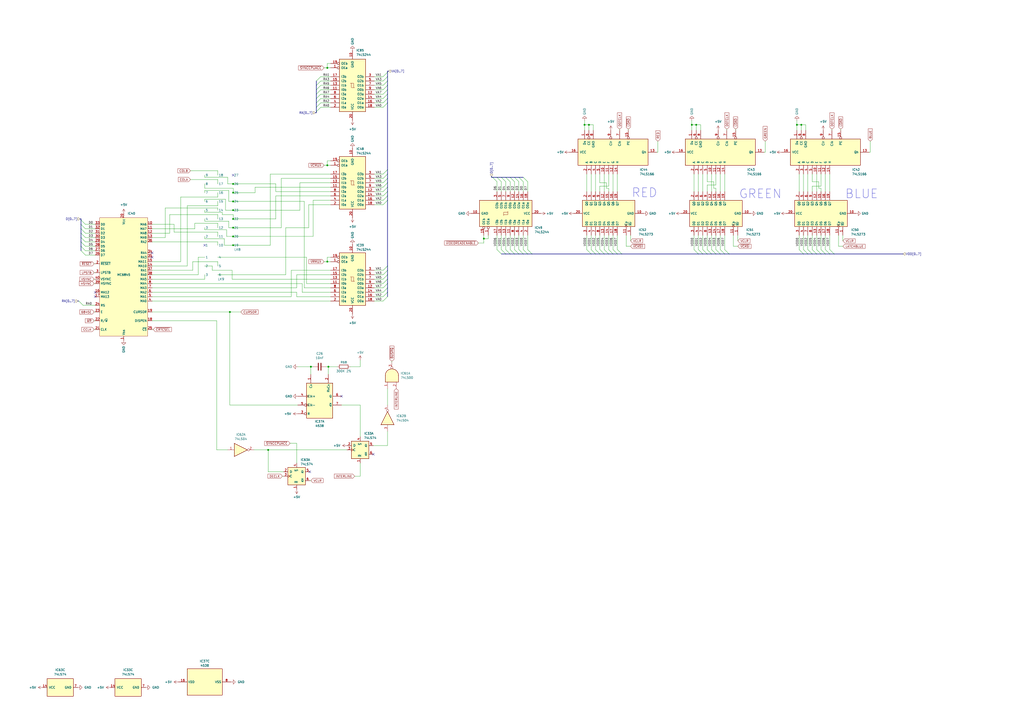
<source format=kicad_sch>
(kicad_sch (version 20230121) (generator eeschema)
  (paper "A2")
  (junction (at 135.255 142.24))
  (junction (at 190.5 212.725))
  (junction (at 135.255 111.76))
  (junction (at 464.82 72.39))
  (junction (at 135.255 116.84))
  (junction (at 135.255 132.08))
  (junction (at 339.09 72.39))
  (junction (at 133.35 180.975))
  (junction (at 155.575 260.985))
  (junction (at 189.865 95.885))
  (junction (at 341.63 72.39))
  (junction (at 180.34 212.725))
  (junction (at 135.255 137.16))
  (junction (at 135.255 121.92))
  (junction (at 135.255 106.68))
  (junction (at 189.865 151.765))
  (junction (at 403.86 72.39))
  (junction (at 189.865 39.37))
  (junction (at 280.67 138.43))
  (junction (at 462.28 72.39))
  (junction (at 135.255 127))
  (junction (at 401.32 72.39))
  (no_connect (at 135.255 101.6))
  (no_connect (at 55.245 172.085))
  (no_connect (at 179.705 273.685))
  (no_connect (at 216.535 263.525))
  (no_connect (at 55.245 169.545))
  (no_connect (at 198.12 229.87))
  (no_connect (at 88.265 149.225))
  (no_connect (at 118.745 142.24))
  (no_connect (at 88.265 146.685))
  (bus_entry (at 222.25 52.07) (size 2.54 -2.54))
  (bus_entry (at 308.61 147.32) (size -2.54 -2.54))
  (bus_entry (at 186.055 44.45) (size -2.54 2.54))
  (bus_entry (at 360.68 147.32) (size -2.54 -2.54))
  (bus_entry (at 222.25 46.99) (size 2.54 -2.54))
  (bus_entry (at 186.055 62.23) (size -2.54 2.54))
  (bus_entry (at 222.25 108.585) (size 2.54 -2.54))
  (bus_entry (at 350.52 147.32) (size -2.54 -2.54))
  (bus_entry (at 347.98 147.32) (size -2.54 -2.54))
  (bus_entry (at 471.17 147.32) (size -2.54 -2.54))
  (bus_entry (at 222.25 44.45) (size 2.54 -2.54))
  (bus_entry (at 345.44 147.32) (size -2.54 -2.54))
  (bus_entry (at 49.53 135.255) (size -2.54 -2.54))
  (bus_entry (at 306.07 147.32) (size -2.54 -2.54))
  (bus_entry (at 222.25 100.965) (size 2.54 -2.54))
  (bus_entry (at 355.6 147.32) (size -2.54 -2.54))
  (bus_entry (at 290.83 147.32) (size -2.54 -2.54))
  (bus_entry (at 186.055 52.07) (size -2.54 2.54))
  (bus_entry (at 222.25 54.61) (size 2.54 -2.54))
  (bus_entry (at 186.055 49.53) (size -2.54 2.54))
  (bus_entry (at 49.53 142.875) (size -2.54 -2.54))
  (bus_entry (at 466.09 147.32) (size -2.54 -2.54))
  (bus_entry (at 306.07 105.41) (size -2.54 -2.54))
  (bus_entry (at 412.75 147.32) (size -2.54 -2.54))
  (bus_entry (at 468.63 147.32) (size -2.54 -2.54))
  (bus_entry (at 342.9 147.32) (size -2.54 -2.54))
  (bus_entry (at 49.53 147.955) (size -2.54 -2.54))
  (bus_entry (at 222.25 59.69) (size 2.54 -2.54))
  (bus_entry (at 186.055 57.15) (size -2.54 2.54))
  (bus_entry (at 186.055 46.99) (size -2.54 2.54))
  (bus_entry (at 481.33 147.32) (size -2.54 -2.54))
  (bus_entry (at 49.53 137.795) (size -2.54 -2.54))
  (bus_entry (at 295.91 105.41) (size -2.54 -2.54))
  (bus_entry (at 222.25 116.205) (size 2.54 -2.54))
  (bus_entry (at 222.25 169.545) (size 2.54 -2.54))
  (bus_entry (at 222.25 49.53) (size 2.54 -2.54))
  (bus_entry (at 298.45 105.41) (size -2.54 -2.54))
  (bus_entry (at 186.055 59.69) (size -2.54 2.54))
  (bus_entry (at 222.25 103.505) (size 2.54 -2.54))
  (bus_entry (at 300.99 147.32) (size -2.54 -2.54))
  (bus_entry (at 300.99 105.41) (size -2.54 -2.54))
  (bus_entry (at 222.25 57.15) (size 2.54 -2.54))
  (bus_entry (at 290.83 105.41) (size -2.54 -2.54))
  (bus_entry (at 222.25 167.005) (size 2.54 -2.54))
  (bus_entry (at 222.25 159.385) (size 2.54 -2.54))
  (bus_entry (at 298.45 147.32) (size -2.54 -2.54))
  (bus_entry (at 222.25 164.465) (size 2.54 -2.54))
  (bus_entry (at 49.53 145.415) (size -2.54 -2.54))
  (bus_entry (at 358.14 147.32) (size -2.54 -2.54))
  (bus_entry (at 222.25 106.045) (size 2.54 -2.54))
  (bus_entry (at 222.25 118.745) (size 2.54 -2.54))
  (bus_entry (at 222.25 172.085) (size 2.54 -2.54))
  (bus_entry (at 186.055 54.61) (size -2.54 2.54))
  (bus_entry (at 288.29 105.41) (size -2.54 -2.54))
  (bus_entry (at 478.79 147.32) (size -2.54 -2.54))
  (bus_entry (at 420.37 147.32) (size -2.54 -2.54))
  (bus_entry (at 353.06 147.32) (size -2.54 -2.54))
  (bus_entry (at 303.53 147.32) (size -2.54 -2.54))
  (bus_entry (at 48.26 177.165) (size -2.54 -2.54))
  (bus_entry (at 473.71 147.32) (size -2.54 -2.54))
  (bus_entry (at 476.25 147.32) (size -2.54 -2.54))
  (bus_entry (at 222.25 113.665) (size 2.54 -2.54))
  (bus_entry (at 222.25 62.23) (size 2.54 -2.54))
  (bus_entry (at 303.53 105.41) (size -2.54 -2.54))
  (bus_entry (at 49.53 132.715) (size -2.54 -2.54))
  (bus_entry (at 295.91 147.32) (size -2.54 -2.54))
  (bus_entry (at 483.87 147.32) (size -2.54 -2.54))
  (bus_entry (at 49.53 130.175) (size -2.54 -2.54))
  (bus_entry (at 415.29 147.32) (size -2.54 -2.54))
  (bus_entry (at 417.83 147.32) (size -2.54 -2.54))
  (bus_entry (at 410.21 147.32) (size -2.54 -2.54))
  (bus_entry (at 49.53 140.335) (size -2.54 -2.54))
  (bus_entry (at 405.13 147.32) (size -2.54 -2.54))
  (bus_entry (at 422.91 147.32) (size -2.54 -2.54))
  (bus_entry (at 293.37 105.41) (size -2.54 -2.54))
  (bus_entry (at 222.25 156.845) (size 2.54 -2.54))
  (bus_entry (at 222.25 161.925) (size 2.54 -2.54))
  (bus_entry (at 407.67 147.32) (size -2.54 -2.54))
  (bus_entry (at 222.25 111.125) (size 2.54 -2.54))
  (bus_entry (at 293.37 147.32) (size -2.54 -2.54))
  (bus_entry (at 222.25 174.625) (size 2.54 -2.54))
  (bus (pts (xy 224.79 98.425) (xy 224.79 100.965)))
  (wire (pts (xy 340.36 100.965) (xy 340.36 111.125)))
  (wire (pts (xy 463.55 136.525) (xy 463.55 144.78)))
  (wire (pts (xy 358.14 100.965) (xy 358.14 111.125)))
  (wire (pts (xy 55.245 137.795) (xy 49.53 137.795)))
  (wire (pts (xy 128.905 124.46) (xy 128.905 123.19)))
  (wire (pts (xy 471.17 107.95) (xy 471.17 111.125)))
  (bus (pts (xy 224.79 156.845) (xy 224.79 159.385)))
  (wire (pts (xy 208.915 212.725) (xy 208.915 208.915)))
  (wire (pts (xy 172.085 257.175) (xy 168.275 257.175)))
  (wire (pts (xy 88.265 151.765) (xy 104.775 151.765)))
  (wire (pts (xy 189.865 39.37) (xy 191.77 39.37)))
  (wire (pts (xy 172.72 212.725) (xy 180.34 212.725)))
  (wire (pts (xy 224.79 258.445) (xy 224.79 250.19)))
  (wire (pts (xy 88.265 132.715) (xy 113.03 132.715)))
  (wire (pts (xy 443.865 81.915) (xy 443.865 88.265)))
  (wire (pts (xy 100.965 134.62) (xy 126.365 134.62)))
  (bus (pts (xy 466.09 147.32) (xy 468.63 147.32)))
  (wire (pts (xy 420.37 100.965) (xy 420.37 111.125)))
  (wire (pts (xy 402.59 100.965) (xy 402.59 111.125)))
  (wire (pts (xy 359.41 74.93) (xy 359.41 75.565)))
  (bus (pts (xy 224.79 116.205) (xy 224.79 154.305)))
  (bus (pts (xy 183.515 59.69) (xy 183.515 57.15)))
  (bus (pts (xy 46.99 132.715) (xy 46.99 135.255)))
  (wire (pts (xy 132.715 110.49) (xy 118.745 110.49)))
  (wire (pts (xy 54.61 158.115) (xy 55.245 158.115)))
  (wire (pts (xy 443.865 88.265) (xy 443.23 88.265)))
  (bus (pts (xy 308.61 147.32) (xy 342.9 147.32)))
  (bus (pts (xy 358.14 147.32) (xy 360.68 147.32)))
  (wire (pts (xy 405.13 136.525) (xy 405.13 144.78)))
  (bus (pts (xy 224.79 52.07) (xy 224.79 54.61)))
  (bus (pts (xy 422.91 147.32) (xy 466.09 147.32)))
  (wire (pts (xy 410.21 100.965) (xy 410.21 105.41)))
  (wire (pts (xy 471.17 136.525) (xy 471.17 144.78)))
  (wire (pts (xy 147.955 108.585) (xy 147.955 111.76)))
  (wire (pts (xy 118.745 110.49) (xy 118.745 111.76)))
  (wire (pts (xy 55.245 135.255) (xy 49.53 135.255)))
  (wire (pts (xy 351.79 109.22) (xy 353.06 109.22)))
  (wire (pts (xy 135.255 127) (xy 135.255 124.46)))
  (wire (pts (xy 217.17 54.61) (xy 222.25 54.61)))
  (bus (pts (xy 224.79 154.305) (xy 224.79 156.845)))
  (wire (pts (xy 462.28 72.39) (xy 462.28 75.565)))
  (wire (pts (xy 118.745 161.925) (xy 118.745 159.385)))
  (wire (pts (xy 482.6 74.93) (xy 482.6 75.565)))
  (wire (pts (xy 401.32 72.39) (xy 401.32 75.565)))
  (wire (pts (xy 288.29 136.525) (xy 288.29 144.78)))
  (wire (pts (xy 88.265 130.175) (xy 100.965 130.175)))
  (wire (pts (xy 131.445 137.16) (xy 131.445 133.35)))
  (wire (pts (xy 130.175 138.43) (xy 118.745 138.43)))
  (wire (pts (xy 165.735 132.08) (xy 179.07 132.08)))
  (wire (pts (xy 293.37 136.525) (xy 293.37 144.78)))
  (wire (pts (xy 405.13 100.965) (xy 405.13 111.125)))
  (bus (pts (xy 471.17 147.32) (xy 473.71 147.32)))
  (wire (pts (xy 403.86 72.39) (xy 401.32 72.39)))
  (wire (pts (xy 415.29 136.525) (xy 415.29 144.78)))
  (bus (pts (xy 355.6 147.32) (xy 358.14 147.32)))
  (wire (pts (xy 347.98 111.125) (xy 347.98 107.95)))
  (wire (pts (xy 414.02 109.22) (xy 415.29 109.22)))
  (wire (pts (xy 427.99 139.7) (xy 427.99 136.525)))
  (bus (pts (xy 224.79 44.45) (xy 224.79 46.99)))
  (wire (pts (xy 410.21 105.41) (xy 414.02 105.41)))
  (wire (pts (xy 191.77 116.205) (xy 181.61 116.205)))
  (bus (pts (xy 224.79 57.15) (xy 224.79 59.69)))
  (wire (pts (xy 88.265 135.255) (xy 98.425 135.255)))
  (wire (pts (xy 163.195 132.08) (xy 135.255 132.08)))
  (wire (pts (xy 132.715 116.84) (xy 135.255 116.84)))
  (bus (pts (xy 350.52 147.32) (xy 353.06 147.32)))
  (wire (pts (xy 425.45 136.525) (xy 425.45 142.875)))
  (wire (pts (xy 217.17 46.99) (xy 222.25 46.99)))
  (wire (pts (xy 306.07 111.125) (xy 306.07 105.41)))
  (wire (pts (xy 128.905 123.19) (xy 118.745 123.19)))
  (wire (pts (xy 473.71 100.965) (xy 473.71 111.125)))
  (bus (pts (xy 405.13 147.32) (xy 407.67 147.32)))
  (wire (pts (xy 55.245 140.335) (xy 49.53 140.335)))
  (wire (pts (xy 406.4 72.39) (xy 403.86 72.39)))
  (bus (pts (xy 298.45 102.87) (xy 300.99 102.87)))
  (wire (pts (xy 353.06 109.22) (xy 353.06 111.125)))
  (wire (pts (xy 179.07 132.08) (xy 179.07 118.745)))
  (wire (pts (xy 290.83 111.125) (xy 290.83 105.41)))
  (bus (pts (xy 224.79 106.045) (xy 224.79 108.585)))
  (wire (pts (xy 476.25 107.95) (xy 471.17 107.95)))
  (wire (pts (xy 175.26 164.465) (xy 175.26 169.545)))
  (wire (pts (xy 126.365 120.65) (xy 126.365 121.92)))
  (wire (pts (xy 414.02 105.41) (xy 414.02 109.22)))
  (wire (pts (xy 135.255 142.24) (xy 130.175 142.24)))
  (wire (pts (xy 126.365 159.385) (xy 165.735 159.385)))
  (wire (pts (xy 410.21 107.315) (xy 415.29 107.315)))
  (bus (pts (xy 298.45 147.32) (xy 300.99 147.32)))
  (wire (pts (xy 504.825 88.265) (xy 504.19 88.265)))
  (wire (pts (xy 100.965 130.175) (xy 100.965 134.62)))
  (wire (pts (xy 303.53 111.125) (xy 303.53 105.41)))
  (wire (pts (xy 126.365 140.335) (xy 126.365 142.24)))
  (wire (pts (xy 108.585 154.305) (xy 108.585 119.38)))
  (wire (pts (xy 203.2 212.725) (xy 208.915 212.725)))
  (wire (pts (xy 88.265 167.005) (xy 172.085 167.005)))
  (wire (pts (xy 347.98 136.525) (xy 347.98 144.78)))
  (bus (pts (xy 224.79 108.585) (xy 224.79 111.125)))
  (wire (pts (xy 471.17 105.41) (xy 474.98 105.41)))
  (wire (pts (xy 365.76 139.7) (xy 365.76 136.525)))
  (wire (pts (xy 476.25 100.965) (xy 476.25 107.95)))
  (wire (pts (xy 345.44 136.525) (xy 345.44 144.78)))
  (wire (pts (xy 54.61 180.975) (xy 55.245 180.975)))
  (bus (pts (xy 410.21 147.32) (xy 412.75 147.32)))
  (wire (pts (xy 191.77 113.665) (xy 160.02 113.665)))
  (wire (pts (xy 160.02 127) (xy 135.255 127)))
  (bus (pts (xy 290.83 147.32) (xy 293.37 147.32)))
  (bus (pts (xy 46.99 127.635) (xy 46.99 130.175)))
  (wire (pts (xy 288.29 111.125) (xy 288.29 105.41)))
  (wire (pts (xy 417.83 100.965) (xy 417.83 111.125)))
  (wire (pts (xy 175.26 169.545) (xy 191.77 169.545)))
  (wire (pts (xy 163.83 276.225) (xy 164.465 276.225)))
  (bus (pts (xy 224.79 100.965) (xy 224.79 103.505)))
  (wire (pts (xy 426.72 74.93) (xy 426.72 75.565)))
  (wire (pts (xy 126.365 134.62) (xy 126.365 137.16)))
  (wire (pts (xy 130.81 115.57) (xy 130.81 121.92)))
  (wire (pts (xy 135.255 121.92) (xy 130.81 121.92)))
  (wire (pts (xy 217.17 108.585) (xy 222.25 108.585)))
  (wire (pts (xy 191.77 108.585) (xy 147.955 108.585)))
  (wire (pts (xy 283.21 138.43) (xy 280.67 138.43)))
  (wire (pts (xy 466.09 100.965) (xy 466.09 111.125)))
  (wire (pts (xy 88.265 140.335) (xy 126.365 140.335)))
  (wire (pts (xy 125.73 186.055) (xy 88.265 186.055)))
  (bus (pts (xy 288.29 102.87) (xy 290.83 102.87)))
  (wire (pts (xy 147.955 111.76) (xy 135.255 111.76)))
  (wire (pts (xy 342.9 136.525) (xy 342.9 144.78)))
  (wire (pts (xy 133.35 234.95) (xy 172.72 234.95)))
  (wire (pts (xy 363.22 142.875) (xy 365.76 142.875)))
  (wire (pts (xy 481.33 136.525) (xy 481.33 144.78)))
  (wire (pts (xy 88.265 174.625) (xy 191.77 174.625)))
  (wire (pts (xy 295.91 136.525) (xy 295.91 144.78)))
  (wire (pts (xy 353.06 107.95) (xy 353.06 100.965)))
  (bus (pts (xy 300.99 147.32) (xy 303.53 147.32)))
  (wire (pts (xy 224.79 225.425) (xy 224.79 234.95)))
  (wire (pts (xy 125.73 260.985) (xy 125.73 186.055)))
  (wire (pts (xy 104.775 151.765) (xy 104.775 114.3)))
  (wire (pts (xy 54.61 161.925) (xy 55.245 161.925)))
  (wire (pts (xy 217.17 59.69) (xy 222.25 59.69)))
  (wire (pts (xy 110.49 104.14) (xy 126.365 104.14)))
  (wire (pts (xy 350.52 136.525) (xy 350.52 144.78)))
  (wire (pts (xy 217.17 57.15) (xy 222.25 57.15)))
  (wire (pts (xy 132.715 132.08) (xy 132.715 128.27)))
  (wire (pts (xy 191.77 93.345) (xy 189.865 93.345)))
  (bus (pts (xy 224.79 103.505) (xy 224.79 106.045)))
  (wire (pts (xy 407.67 136.525) (xy 407.67 144.78)))
  (wire (pts (xy 126.365 124.46) (xy 126.365 127)))
  (bus (pts (xy 224.79 49.53) (xy 224.79 52.07)))
  (wire (pts (xy 135.255 124.46) (xy 128.905 124.46)))
  (bus (pts (xy 417.83 147.32) (xy 420.37 147.32)))
  (wire (pts (xy 118.745 128.27) (xy 118.745 127)))
  (wire (pts (xy 339.09 72.39) (xy 339.09 75.565)))
  (bus (pts (xy 290.83 102.87) (xy 293.37 102.87)))
  (wire (pts (xy 403.86 72.39) (xy 403.86 75.565)))
  (wire (pts (xy 118.745 133.35) (xy 118.745 132.08)))
  (wire (pts (xy 345.44 100.965) (xy 345.44 111.125)))
  (wire (pts (xy 217.17 159.385) (xy 222.25 159.385)))
  (wire (pts (xy 464.82 72.39) (xy 462.28 72.39)))
  (bus (pts (xy 353.06 147.32) (xy 355.6 147.32)))
  (wire (pts (xy 487.68 74.93) (xy 487.68 75.565)))
  (wire (pts (xy 172.085 169.545) (xy 172.085 172.085)))
  (wire (pts (xy 344.17 72.39) (xy 341.63 72.39)))
  (wire (pts (xy 118.745 115.57) (xy 118.745 116.84)))
  (bus (pts (xy 285.75 102.87) (xy 288.29 102.87)))
  (wire (pts (xy 187.96 39.37) (xy 189.865 39.37)))
  (wire (pts (xy 217.17 49.53) (xy 222.25 49.53)))
  (wire (pts (xy 160.02 111.125) (xy 160.02 106.68)))
  (wire (pts (xy 358.14 136.525) (xy 358.14 144.78)))
  (wire (pts (xy 462.28 69.85) (xy 462.28 72.39)))
  (bus (pts (xy 481.33 147.32) (xy 483.87 147.32)))
  (wire (pts (xy 132.715 128.27) (xy 118.745 128.27)))
  (bus (pts (xy 183.515 54.61) (xy 183.515 52.07)))
  (wire (pts (xy 401.32 69.85) (xy 401.32 72.39)))
  (wire (pts (xy 293.37 111.125) (xy 293.37 105.41)))
  (wire (pts (xy 156.845 100.965) (xy 156.845 142.24)))
  (wire (pts (xy 189.865 36.83) (xy 189.865 39.37)))
  (wire (pts (xy 417.83 136.525) (xy 417.83 144.78)))
  (wire (pts (xy 156.845 142.24) (xy 135.255 142.24)))
  (bus (pts (xy 224.79 161.925) (xy 224.79 164.465)))
  (bus (pts (xy 182.88 65.405) (xy 183.515 65.405)))
  (wire (pts (xy 412.75 100.965) (xy 412.75 111.125)))
  (wire (pts (xy 189.865 95.885) (xy 191.77 95.885)))
  (bus (pts (xy 468.63 147.32) (xy 471.17 147.32)))
  (wire (pts (xy 180.34 278.765) (xy 179.705 278.765)))
  (wire (pts (xy 126.365 151.765) (xy 126.365 154.305)))
  (wire (pts (xy 55.245 147.955) (xy 49.53 147.955)))
  (wire (pts (xy 113.03 132.715) (xy 113.03 129.54)))
  (wire (pts (xy 340.36 136.525) (xy 340.36 144.78)))
  (bus (pts (xy 224.79 59.69) (xy 224.79 98.425)))
  (wire (pts (xy 300.99 136.525) (xy 300.99 144.78)))
  (wire (pts (xy 410.21 136.525) (xy 410.21 144.78)))
  (wire (pts (xy 118.745 101.6) (xy 118.745 102.87)))
  (bus (pts (xy 473.71 147.32) (xy 476.25 147.32)))
  (wire (pts (xy 126.365 119.38) (xy 126.365 116.84)))
  (bus (pts (xy 347.98 147.32) (xy 350.52 147.32)))
  (wire (pts (xy 217.17 167.005) (xy 222.25 167.005)))
  (wire (pts (xy 135.255 106.68) (xy 132.08 106.68)))
  (wire (pts (xy 476.25 109.22) (xy 476.25 111.125)))
  (wire (pts (xy 172.085 268.605) (xy 172.085 257.175)))
  (wire (pts (xy 126.365 104.14) (xy 126.365 106.68)))
  (wire (pts (xy 300.99 111.125) (xy 300.99 105.41)))
  (bus (pts (xy 483.87 147.32) (xy 523.875 147.32)))
  (wire (pts (xy 341.63 72.39) (xy 339.09 72.39)))
  (wire (pts (xy 181.61 116.205) (xy 181.61 137.16)))
  (bus (pts (xy 224.79 41.91) (xy 224.79 44.45)))
  (wire (pts (xy 95.885 120.65) (xy 126.365 120.65)))
  (wire (pts (xy 280.67 140.97) (xy 280.67 138.43)))
  (wire (pts (xy 486.41 136.525) (xy 486.41 142.875)))
  (wire (pts (xy 98.425 135.255) (xy 98.425 124.46)))
  (wire (pts (xy 421.64 74.93) (xy 421.64 75.565)))
  (wire (pts (xy 155.575 260.985) (xy 155.575 273.685)))
  (wire (pts (xy 471.17 100.965) (xy 471.17 105.41)))
  (wire (pts (xy 191.77 59.69) (xy 186.055 59.69)))
  (wire (pts (xy 126.365 114.3) (xy 126.365 111.76)))
  (wire (pts (xy 132.715 110.49) (xy 132.715 116.84)))
  (bus (pts (xy 224.79 169.545) (xy 224.79 172.085)))
  (wire (pts (xy 130.81 115.57) (xy 118.745 115.57)))
  (wire (pts (xy 191.77 52.07) (xy 186.055 52.07)))
  (wire (pts (xy 298.45 111.125) (xy 298.45 105.41)))
  (wire (pts (xy 55.245 132.715) (xy 49.53 132.715)))
  (wire (pts (xy 355.6 100.965) (xy 355.6 111.125)))
  (wire (pts (xy 189.865 151.765) (xy 191.77 151.765)))
  (wire (pts (xy 350.52 100.965) (xy 350.52 111.125)))
  (wire (pts (xy 216.535 258.445) (xy 224.79 258.445)))
  (wire (pts (xy 108.585 119.38) (xy 126.365 119.38)))
  (wire (pts (xy 114.935 159.385) (xy 114.935 149.225)))
  (bus (pts (xy 360.68 147.32) (xy 405.13 147.32)))
  (wire (pts (xy 88.9 191.135) (xy 88.265 191.135)))
  (bus (pts (xy 342.9 147.32) (xy 345.44 147.32)))
  (wire (pts (xy 208.915 234.95) (xy 208.915 253.365)))
  (wire (pts (xy 425.45 142.875) (xy 427.99 142.875)))
  (wire (pts (xy 104.775 114.3) (xy 126.365 114.3)))
  (wire (pts (xy 118.745 109.22) (xy 118.745 106.68)))
  (wire (pts (xy 177.8 149.225) (xy 177.8 164.465)))
  (wire (pts (xy 402.59 136.525) (xy 402.59 144.78)))
  (wire (pts (xy 189.865 93.345) (xy 189.865 95.885)))
  (wire (pts (xy 463.55 100.965) (xy 463.55 111.125)))
  (bus (pts (xy 224.79 46.99) (xy 224.79 49.53)))
  (wire (pts (xy 131.445 133.35) (xy 118.745 133.35)))
  (wire (pts (xy 217.17 111.125) (xy 222.25 111.125)))
  (wire (pts (xy 54.61 186.055) (xy 55.245 186.055)))
  (wire (pts (xy 165.735 159.385) (xy 165.735 132.08)))
  (wire (pts (xy 172.085 172.085) (xy 191.77 172.085)))
  (wire (pts (xy 190.5 212.725) (xy 190.5 217.17)))
  (wire (pts (xy 277.495 140.97) (xy 280.67 140.97)))
  (wire (pts (xy 217.17 172.085) (xy 222.25 172.085)))
  (wire (pts (xy 180.34 212.725) (xy 181.61 212.725)))
  (wire (pts (xy 466.09 136.525) (xy 466.09 144.78)))
  (wire (pts (xy 95.885 120.65) (xy 95.885 137.795)))
  (wire (pts (xy 381.635 88.265) (xy 381 88.265)))
  (wire (pts (xy 217.17 103.505) (xy 222.25 103.505)))
  (wire (pts (xy 130.175 142.24) (xy 130.175 138.43)))
  (wire (pts (xy 464.82 72.39) (xy 464.82 75.565)))
  (bus (pts (xy 300.99 102.87) (xy 303.53 102.87)))
  (bus (pts (xy 224.79 41.275) (xy 224.79 41.91)))
  (wire (pts (xy 415.29 100.965) (xy 415.29 107.315)))
  (wire (pts (xy 160.02 106.68) (xy 135.255 106.68)))
  (wire (pts (xy 88.265 156.845) (xy 111.76 156.845)))
  (wire (pts (xy 88.265 154.305) (xy 108.585 154.305)))
  (bus (pts (xy 46.99 140.335) (xy 46.99 142.875)))
  (wire (pts (xy 351.79 106.045) (xy 351.79 109.22)))
  (wire (pts (xy 474.98 105.41) (xy 474.98 109.22)))
  (bus (pts (xy 478.79 147.32) (xy 481.33 147.32)))
  (wire (pts (xy 341.63 72.39) (xy 341.63 75.565)))
  (wire (pts (xy 412.75 136.525) (xy 412.75 144.78)))
  (wire (pts (xy 189.23 212.725) (xy 190.5 212.725)))
  (bus (pts (xy 46.99 142.875) (xy 46.99 145.415)))
  (wire (pts (xy 217.17 106.045) (xy 222.25 106.045)))
  (wire (pts (xy 407.67 100.965) (xy 407.67 111.125)))
  (wire (pts (xy 217.17 156.845) (xy 222.25 156.845)))
  (bus (pts (xy 293.37 102.87) (xy 295.91 102.87)))
  (wire (pts (xy 181.61 137.16) (xy 135.255 137.16)))
  (wire (pts (xy 473.71 136.525) (xy 473.71 144.78)))
  (wire (pts (xy 306.07 136.525) (xy 306.07 144.78)))
  (wire (pts (xy 172.085 159.385) (xy 191.77 159.385)))
  (wire (pts (xy 290.83 136.525) (xy 290.83 144.78)))
  (wire (pts (xy 132.08 106.68) (xy 132.08 102.87)))
  (bus (pts (xy 224.79 164.465) (xy 224.79 167.005)))
  (wire (pts (xy 217.17 44.45) (xy 222.25 44.45)))
  (wire (pts (xy 118.745 123.19) (xy 118.745 121.92)))
  (wire (pts (xy 217.17 52.07) (xy 222.25 52.07)))
  (wire (pts (xy 135.255 109.22) (xy 135.255 111.76)))
  (wire (pts (xy 134.62 156.845) (xy 123.19 156.845)))
  (wire (pts (xy 468.63 100.965) (xy 468.63 111.125)))
  (wire (pts (xy 364.49 74.93) (xy 364.49 75.565)))
  (wire (pts (xy 190.5 212.725) (xy 195.58 212.725)))
  (wire (pts (xy 55.245 130.175) (xy 49.53 130.175)))
  (wire (pts (xy 191.77 36.83) (xy 189.865 36.83)))
  (bus (pts (xy 183.515 62.23) (xy 183.515 59.69)))
  (wire (pts (xy 88.265 180.975) (xy 133.35 180.975)))
  (wire (pts (xy 191.77 49.53) (xy 186.055 49.53)))
  (wire (pts (xy 353.06 136.525) (xy 353.06 144.78)))
  (bus (pts (xy 412.75 147.32) (xy 415.29 147.32)))
  (wire (pts (xy 467.36 72.39) (xy 464.82 72.39)))
  (wire (pts (xy 363.22 136.525) (xy 363.22 142.875)))
  (wire (pts (xy 163.195 103.505) (xy 163.195 132.08)))
  (wire (pts (xy 406.4 75.565) (xy 406.4 72.39)))
  (wire (pts (xy 110.49 99.06) (xy 126.365 99.06)))
  (wire (pts (xy 55.245 145.415) (xy 49.53 145.415)))
  (bus (pts (xy 224.79 167.005) (xy 224.79 169.545)))
  (bus (pts (xy 420.37 147.32) (xy 422.91 147.32)))
  (bus (pts (xy 476.25 147.32) (xy 478.79 147.32)))
  (wire (pts (xy 504.825 81.915) (xy 504.825 88.265)))
  (wire (pts (xy 208.915 276.225) (xy 208.915 268.605)))
  (bus (pts (xy 183.515 57.15) (xy 183.515 54.61)))
  (wire (pts (xy 126.365 99.06) (xy 126.365 101.6)))
  (bus (pts (xy 306.07 147.32) (xy 308.61 147.32)))
  (wire (pts (xy 217.17 118.745) (xy 222.25 118.745)))
  (wire (pts (xy 476.25 136.525) (xy 476.25 144.78)))
  (wire (pts (xy 135.255 137.16) (xy 131.445 137.16)))
  (wire (pts (xy 54.61 191.135) (xy 55.245 191.135)))
  (wire (pts (xy 133.35 180.975) (xy 133.35 234.95)))
  (wire (pts (xy 217.17 169.545) (xy 222.25 169.545)))
  (wire (pts (xy 189.865 149.225) (xy 189.865 151.765)))
  (bus (pts (xy 183.515 49.53) (xy 183.515 46.99)))
  (wire (pts (xy 481.33 100.965) (xy 481.33 111.125)))
  (wire (pts (xy 168.91 172.085) (xy 168.91 156.845)))
  (wire (pts (xy 347.98 100.965) (xy 347.98 106.045)))
  (wire (pts (xy 113.03 129.54) (xy 126.365 129.54)))
  (wire (pts (xy 191.77 44.45) (xy 186.055 44.45)))
  (wire (pts (xy 283.21 136.525) (xy 283.21 138.43)))
  (wire (pts (xy 155.575 273.685) (xy 164.465 273.685)))
  (wire (pts (xy 123.19 156.845) (xy 123.19 154.305)))
  (bus (pts (xy 46.99 135.255) (xy 46.99 137.795)))
  (wire (pts (xy 280.67 138.43) (xy 280.67 136.525)))
  (wire (pts (xy 55.245 142.875) (xy 49.53 142.875)))
  (wire (pts (xy 347.98 106.045) (xy 351.79 106.045)))
  (wire (pts (xy 135.255 132.08) (xy 132.715 132.08)))
  (wire (pts (xy 191.77 62.23) (xy 186.055 62.23)))
  (wire (pts (xy 355.6 136.525) (xy 355.6 144.78)))
  (wire (pts (xy 478.79 100.965) (xy 478.79 111.125)))
  (bus (pts (xy 225.425 41.275) (xy 224.79 41.275)))
  (wire (pts (xy 191.77 54.61) (xy 186.055 54.61)))
  (wire (pts (xy 198.12 234.95) (xy 208.915 234.95)))
  (wire (pts (xy 298.45 136.525) (xy 298.45 144.78)))
  (wire (pts (xy 344.17 75.565) (xy 344.17 72.39)))
  (wire (pts (xy 54.61 164.465) (xy 55.245 164.465)))
  (bus (pts (xy 224.79 111.125) (xy 224.79 113.665)))
  (wire (pts (xy 48.26 177.165) (xy 55.245 177.165)))
  (wire (pts (xy 133.35 180.975) (xy 139.7 180.975)))
  (wire (pts (xy 488.95 139.7) (xy 488.95 136.525)))
  (wire (pts (xy 118.745 109.22) (xy 135.255 109.22)))
  (wire (pts (xy 180.34 212.725) (xy 180.34 217.17)))
  (wire (pts (xy 217.17 116.205) (xy 222.25 116.205)))
  (bus (pts (xy 46.99 137.795) (xy 46.99 140.335)))
  (wire (pts (xy 88.265 159.385) (xy 114.935 159.385)))
  (bus (pts (xy 345.44 147.32) (xy 347.98 147.32)))
  (wire (pts (xy 191.77 57.15) (xy 186.055 57.15)))
  (wire (pts (xy 339.09 69.85) (xy 339.09 72.39)))
  (bus (pts (xy 183.515 65.405) (xy 183.515 64.77)))
  (wire (pts (xy 420.37 136.525) (xy 420.37 144.78)))
  (wire (pts (xy 474.98 109.22) (xy 476.25 109.22)))
  (wire (pts (xy 410.21 111.125) (xy 410.21 107.315)))
  (wire (pts (xy 155.575 260.985) (xy 201.295 260.985)))
  (wire (pts (xy 191.77 46.99) (xy 186.055 46.99)))
  (bus (pts (xy 224.79 54.61) (xy 224.79 57.15)))
  (bus (pts (xy 303.53 147.32) (xy 306.07 147.32)))
  (wire (pts (xy 217.17 100.965) (xy 222.25 100.965)))
  (bus (pts (xy 46.99 130.175) (xy 46.99 132.715)))
  (bus (pts (xy 45.085 174.625) (xy 45.72 174.625)))
  (wire (pts (xy 111.76 156.845) (xy 111.76 151.765)))
  (wire (pts (xy 217.17 113.665) (xy 222.25 113.665)))
  (wire (pts (xy 160.02 113.665) (xy 160.02 127)))
  (wire (pts (xy 176.53 167.005) (xy 191.77 167.005)))
  (wire (pts (xy 191.77 111.125) (xy 160.02 111.125)))
  (wire (pts (xy 217.17 164.465) (xy 222.25 164.465)))
  (wire (pts (xy 98.425 124.46) (xy 126.365 124.46)))
  (wire (pts (xy 478.79 136.525) (xy 478.79 144.78)))
  (wire (pts (xy 111.76 151.765) (xy 126.365 151.765)))
  (bus (pts (xy 183.515 52.07) (xy 183.515 49.53)))
  (wire (pts (xy 176.53 116.84) (xy 176.53 167.005)))
  (bus (pts (xy 46.99 127) (xy 46.99 127.635)))
  (bus (pts (xy 415.29 147.32) (xy 417.83 147.32)))
  (wire (pts (xy 147.32 260.985) (xy 155.575 260.985)))
  (wire (pts (xy 191.77 103.505) (xy 163.195 103.505)))
  (bus (pts (xy 46.355 127) (xy 46.99 127)))
  (wire (pts (xy 217.17 161.925) (xy 222.25 161.925)))
  (wire (pts (xy 295.91 111.125) (xy 295.91 105.41)))
  (wire (pts (xy 191.77 161.925) (xy 134.62 161.925)))
  (wire (pts (xy 114.935 149.225) (xy 118.745 149.225)))
  (wire (pts (xy 187.96 95.885) (xy 189.865 95.885)))
  (bus (pts (xy 293.37 147.32) (xy 295.91 147.32)))
  (wire (pts (xy 217.17 62.23) (xy 222.25 62.23)))
  (wire (pts (xy 126.365 129.54) (xy 126.365 132.08)))
  (bus (pts (xy 285.115 102.87) (xy 285.75 102.87)))
  (wire (pts (xy 486.41 142.875) (xy 488.95 142.875)))
  (wire (pts (xy 227.33 209.55) (xy 227.33 210.185)))
  (wire (pts (xy 217.17 174.625) (xy 222.25 174.625)))
  (wire (pts (xy 88.265 164.465) (xy 175.26 164.465)))
  (wire (pts (xy 88.265 172.085) (xy 168.91 172.085)))
  (wire (pts (xy 88.265 161.925) (xy 118.745 161.925)))
  (bus (pts (xy 224.79 113.665) (xy 224.79 116.205)))
  (wire (pts (xy 123.19 154.305) (xy 118.745 154.305)))
  (bus (pts (xy 183.515 64.77) (xy 183.515 62.23)))
  (bus (pts (xy 224.79 159.385) (xy 224.79 161.925)))
  (wire (pts (xy 88.265 137.795) (xy 95.885 137.795)))
  (wire (pts (xy 172.085 167.005) (xy 172.085 159.385)))
  (bus (pts (xy 407.67 147.32) (xy 410.21 147.32)))
  (wire (pts (xy 173.99 121.92) (xy 173.99 106.045)))
  (wire (pts (xy 135.255 121.92) (xy 173.99 121.92)))
  (wire (pts (xy 303.53 136.525) (xy 303.53 144.78)))
  (wire (pts (xy 468.63 136.525) (xy 468.63 144.78)))
  (wire (pts (xy 135.255 116.84) (xy 176.53 116.84)))
  (wire (pts (xy 54.61 153.035) (xy 55.245 153.035)))
  (wire (pts (xy 134.62 161.925) (xy 134.62 156.845)))
  (wire (pts (xy 118.745 102.87) (xy 132.08 102.87)))
  (wire (pts (xy 347.98 107.95) (xy 353.06 107.95)))
  (wire (pts (xy 187.96 151.765) (xy 189.865 151.765)))
  (wire (pts (xy 205.74 276.225) (xy 208.915 276.225)))
  (wire (pts (xy 179.07 118.745) (xy 191.77 118.745)))
  (wire (pts (xy 168.91 156.845) (xy 191.77 156.845)))
  (wire (pts (xy 125.73 260.985) (xy 132.08 260.985)))
  (bus (pts (xy 295.91 147.32) (xy 298.45 147.32)))
  (wire (pts (xy 118.745 138.43) (xy 118.745 137.16)))
  (wire (pts (xy 177.8 164.465) (xy 191.77 164.465)))
  (wire (pts (xy 191.77 149.225) (xy 189.865 149.225)))
  (bus (pts (xy 285.115 102.235) (xy 285.115 102.87)))
  (bus (pts (xy 295.91 102.87) (xy 298.45 102.87)))
  (wire (pts (xy 415.29 109.22) (xy 415.29 111.125)))
  (wire (pts (xy 381.635 81.915) (xy 381.635 88.265)))
  (wire (pts (xy 342.9 100.965) (xy 342.9 111.125)))
  (wire (pts (xy 126.365 149.225) (xy 177.8 149.225)))
  (wire (pts (xy 191.77 100.965) (xy 156.845 100.965)))
  (wire (pts (xy 173.99 106.045) (xy 191.77 106.045)))
  (wire (pts (xy 467.36 75.565) (xy 467.36 72.39)))
  (wire (pts (xy 88.265 169.545) (xy 172.085 169.545)))
  (text "BLUE" (at 490.22 115.57 0) (effects (font (size 5.08 5.08)) (justify left bottom)))
  (text "GREEN" (at 428.625 115.57 0) (effects (font (size 5.08 5.08)) (justify left bottom)))
  (text "RED" (at 366.395 114.935 0) (effects (font (size 5.08 5.08)) (justify left bottom)))
  (label "D5" (at 53.975 142.875 180))
  (label "VOD3" (at 300.99 142.875 90))
  (label "VOD4" (at 350.52 142.875 90))
  (label "D0" (at 303.53 110.49 90))
  (label "VOD2" (at 407.67 142.875 90))
  (label "VA0" (at 217.805 62.23 0))
  (label "VA1" (at 217.805 44.45 0))
  (label "RA7" (at 187.325 54.61 0))
  (label "VOD3" (at 415.29 142.875 90))
  (label "VOD0" (at 303.53 142.875 90))
  (label "RA4" (at 187.325 57.15 0))
  (label "D2" (at 298.45 110.49 90))
  (label "VOD6" (at 478.79 142.875 90))
  (label "VOD1" (at 342.9 142.875 90))
  (label "VOD2" (at 298.45 142.875 90))
  (label "VA1" (at 217.805 156.845 0))
  (label "VA2" (at 217.805 59.69 0))
  (label "VA5" (at 217.805 106.045 0))
  (label "D3" (at 53.975 137.795 180))
  (label "VA3" (at 217.805 159.385 0))
  (label "VOD2" (at 468.63 142.875 90))
  (label "D0" (at 53.975 130.175 180))
  (label "D4" (at 53.975 140.335 180))
  (label "VOD6" (at 355.6 142.875 90))
  (label "VOD2" (at 345.44 142.875 90))
  (label "VA2" (at 217.805 172.085 0))
  (label "VOD5" (at 295.91 142.875 90))
  (label "VA7" (at 217.805 111.125 0))
  (label "VOD5" (at 347.98 142.875 90))
  (label "VOD0" (at 402.59 142.875 90))
  (label "D2" (at 53.975 135.255 180))
  (label "D7" (at 306.07 110.49 90))
  (label "VA2" (at 217.805 116.205 0))
  (label "D3" (at 300.99 110.49 90))
  (label "D4" (at 293.37 110.49 90))
  (label "VOD6" (at 417.83 142.875 90))
  (label "VA5" (at 217.805 49.53 0))
  (label "VA4" (at 217.805 57.15 0))
  (label "D7" (at 53.975 147.955 180))
  (label "VOD5" (at 410.21 142.875 90))
  (label "VOD7" (at 481.33 142.875 90))
  (label "VA5" (at 217.805 161.925 0))
  (label "VOD4" (at 412.75 142.875 90))
  (label "VOD3" (at 476.25 142.875 90))
  (label "VA0" (at 217.805 174.625 0))
  (label "VOD5" (at 471.17 142.875 90))
  (label "VA0" (at 217.805 118.745 0))
  (label "VA3" (at 217.805 103.505 0))
  (label "VA7" (at 217.805 167.005 0))
  (label "VOD4" (at 473.71 142.875 90))
  (label "RA0" (at 53.34 177.165 180))
  (label "VA1" (at 217.805 100.965 0))
  (label "VA4" (at 217.805 113.665 0))
  (label "RA3" (at 187.325 46.99 0))
  (label "VOD7" (at 306.07 142.875 90))
  (label "VOD7" (at 358.14 142.875 90))
  (label "D6" (at 288.29 110.49 90))
  (label "D5" (at 295.91 110.49 90))
  (label "VOD6" (at 288.29 142.875 90))
  (label "VOD0" (at 463.55 142.875 90))
  (label "VOD1" (at 405.13 142.875 90))
  (label "VOD3" (at 353.06 142.875 90))
  (label "D1" (at 290.83 110.49 90))
  (label "RA0" (at 187.325 62.23 0))
  (label "VOD4" (at 293.37 142.875 90))
  (label "VA4" (at 217.805 169.545 0))
  (label "VOD1" (at 466.09 142.875 90))
  (label "VOD1" (at 290.83 142.875 90))
  (label "VOD0" (at 340.36 142.875 90))
  (label "VA3" (at 217.805 46.99 0))
  (label "VA6" (at 217.805 52.07 0))
  (label "VA6" (at 217.805 108.585 0))
  (label "RA6" (at 187.325 52.07 0))
  (label "D6" (at 53.975 145.415 180))
  (label "VOD7" (at 420.37 142.875 90))
  (label "RA2" (at 187.325 59.69 0))
  (label "VA7" (at 217.805 54.61 0))
  (label "VA6" (at 217.805 164.465 0))
  (label "D1" (at 53.975 132.715 180))
  (label "RA1" (at 187.325 44.45 0))
  (label "RA5" (at 187.325 49.53 0))
  (global_label "~{LOAD}" (shape input) (at 426.72 74.93 90) (property "Intersheetrefs" "${INTERSHEET_REFS}" (effects hide)))
  (global_label "~{SYNCCPUACC}" (shape input) (at 187.96 39.37 180) (property "Intersheetrefs" "${INTERSHEET_REFS}" (effects hide)))
  (global_label "VCLR" (shape input) (at 180.34 278.765 0) (property "Intersheetrefs" "${INTERSHEET_REFS}" (effects hide)))
  (global_label "BLUE" (shape input) (at 504.825 81.915 90) (property "Intersheetrefs" "${INTERSHEET_REFS}" (effects hide)))
  (global_label "~{VCASII}" (shape input) (at 365.76 142.875 0) (property "Intersheetrefs" "${INTERSHEET_REFS}" (effects hide)))
  (global_label "~{WR}" (shape input) (at 54.61 186.055 180) (property "Intersheetrefs" "${INTERSHEET_REFS}" (effects hide)))
  (global_label "~{LOAD}" (shape input) (at 364.49 74.93 90) (property "Intersheetrefs" "${INTERSHEET_REFS}" (effects hide)))
  (global_label "HSYNC" (shape input) (at 54.61 164.465 180) (property "Intersheetrefs" "${INTERSHEET_REFS}" (effects hide)))
  (global_label "VCLR" (shape input) (at 488.95 139.7 0) (property "Intersheetrefs" "${INTERSHEET_REFS}" (effects hide)))
  (global_label "INTERLINE" (shape input) (at 229.87 225.425 270) (property "Intersheetrefs" "${INTERSHEET_REFS}" (effects hide)))
  (global_label "~{LOAD}" (shape input) (at 487.68 74.93 90) (property "Intersheetrefs" "${INTERSHEET_REFS}" (effects hide)))
  (global_label "CCLK" (shape input) (at 54.61 191.135 180) (property "Intersheetrefs" "${INTERSHEET_REFS}" (effects hide)))
  (global_label "INTERLINE" (shape input) (at 205.74 276.225 180) (property "Intersheetrefs" "${INTERSHEET_REFS}" (effects hide)))
  (global_label "~{VCASI}" (shape input) (at 427.99 142.875 0) (property "Intersheetrefs" "${INTERSHEET_REFS}" (effects hide)))
  (global_label "COLB" (shape input) (at 110.49 99.06 180) (property "Intersheetrefs" "${INTERSHEET_REFS}" (effects hide)))
  (global_label "VCLR" (shape input) (at 427.99 139.7 0) (property "Intersheetrefs" "${INTERSHEET_REFS}" (effects hide)))
  (global_label "DOTCLK" (shape input) (at 359.41 74.93 90) (property "Intersheetrefs" "${INTERSHEET_REFS}" (effects hide)))
  (global_label "~{CRTCSEL}" (shape input) (at 88.9 191.135 0) (property "Intersheetrefs" "${INTERSHEET_REFS}" (effects hide)))
  (global_label "~{SYNCCPUACC}" (shape input) (at 168.275 257.175 180) (property "Intersheetrefs" "${INTERSHEET_REFS}" (effects hide)))
  (global_label "~{BUSRQ}" (shape input) (at 227.33 209.55 90) (property "Intersheetrefs" "${INTERSHEET_REFS}" (effects hide)))
  (global_label "RED" (shape input) (at 381.635 81.915 90) (property "Intersheetrefs" "${INTERSHEET_REFS}" (effects hide)))
  (global_label "~{RESET}" (shape input) (at 54.61 153.035 180) (property "Intersheetrefs" "${INTERSHEET_REFS}" (effects hide)))
  (global_label "CURSOR" (shape input) (at 139.7 180.975 0) (property "Intersheetrefs" "${INTERSHEET_REFS}" (effects hide)))
  (global_label "COLA" (shape input) (at 110.49 104.14 180) (property "Intersheetrefs" "${INTERSHEET_REFS}" (effects hide)))
  (global_label "LPSTB" (shape input) (at 54.61 158.115 180) (property "Intersheetrefs" "${INTERSHEET_REFS}" (effects hide)))
  (global_label "GREEN" (shape input) (at 443.865 81.915 90) (property "Intersheetrefs" "${INTERSHEET_REFS}" (effects hide)))
  (global_label "LATCHBLUE" (shape input) (at 488.95 142.875 0) (property "Intersheetrefs" "${INTERSHEET_REFS}" (effects hide)))
  (global_label "DOTCLK" (shape input) (at 482.6 74.93 90) (property "Intersheetrefs" "${INTERSHEET_REFS}" (effects hide)))
  (global_label "6845E" (shape input) (at 54.61 180.975 180) (property "Intersheetrefs" "${INTERSHEET_REFS}" (effects hide)))
  (global_label "~{VCMUX}" (shape input) (at 187.96 95.885 180) (property "Intersheetrefs" "${INTERSHEET_REFS}" (effects hide)))
  (global_label "VSYNC" (shape input) (at 54.61 161.925 180) (property "Intersheetrefs" "${INTERSHEET_REFS}" (effects hide)))
  (global_label "~{VIDEOREADENABLE}" (shape input) (at 277.495 140.97 180) (property "Intersheetrefs" "${INTERSHEET_REFS}" (effects hide)))
  (global_label "VCLR" (shape input) (at 365.76 139.7 0) (property "Intersheetrefs" "${INTERSHEET_REFS}" (effects hide)))
  (global_label "DOTCLK" (shape input) (at 421.64 74.93 90) (property "Intersheetrefs" "${INTERSHEET_REFS}" (effects hide)))
  (global_label "~{VRMUX}" (shape input) (at 187.96 151.765 180) (property "Intersheetrefs" "${INTERSHEET_REFS}" (effects hide)))
  (global_label "DECLK" (shape input) (at 163.83 276.225 180) (property "Intersheetrefs" "${INTERSHEET_REFS}" (effects hide)))
  (hierarchical_label "VOD[0..7]" (shape input) (at 523.875 147.32 0))
  (hierarchical_label "RA[0..7]" (shape input) (at 45.085 174.625 180))
  (hierarchical_label "RA[0..7]" (shape input) (at 182.88 65.405 180))
  (hierarchical_label "D[0..7]" (shape input) (at 46.355 127 180))
  (hierarchical_label "VA[0..7]" (shape input) (at 225.425 41.275 0))
  (hierarchical_label "D[0..7]" (shape input) (at 285.115 102.235 90))
  (symbol (lib_id "74xx:74LS04") (at 224.79 242.57 90) (unit 2)
    (property "Reference" "IC62" (at 229.87 241.3 90) (effects (justify right)))
    (property "Value" "74LS04" (at 229.87 243.84 90) (effects (justify right)))
    (property "Footprint" "LYNX:DIP-14_W7.62mm" (effects hide))
    (property "Datasheet" "http://www.ti.com/lit/gpn/sn74LS04" (effects hide))
  )
  (symbol (lib_id "power:GND") (at 204.47 29.21 0) (mirror x) (unit 1)
    (property "Reference" "#PWR040" (effects hide))
    (property "Value" "GND" (at 204.47 26.035 90) (effects (justify right)))
    (instances (project "lynx128" (path "" (reference "#PWR040") (unit 1)) (path "" (reference "#PWR048") (unit 1)) (path "" (reference "#PWR051") (unit 1)) (path "" (reference "#PWR085") (unit 1))))
  )
  (symbol (lib_id "LYNX:H74LS166") (at 478.79 88.265 0) (unit 1)
    (property "Reference" "IC42" (at 496.57 98.425 0))
    (property "Value" "74LS166" (at 498.475 100.965 0))
    (property "Footprint" "LYNX:DIP-16_W7.62mm" (effects hide))
  )
  (symbol (lib_id "4xxx:4538") (at 185.42 232.41 0) (unit 1)
    (property "Reference" "IC37" (at 185.42 244.475 0))
    (property "Value" "4538" (at 185.42 247.015 0))
    (property "Footprint" "LYNX:DIP-16_W7.62mm" (effects hide))
    (property "Datasheet" "https://assets.nexperia.com/documents/data-sheet/HEF4538B.pdf" (effects hide))
  )
  (symbol (lib_id "power:+5V") (at 24.765 398.78 90) (unit 1)
    (property "Reference" "#PWR015" (effects hide))
    (property "Value" "+5V" (at 20.955 398.78 90) (effects (justify left)))
    (instances (project "lynx128" (path "" (reference "#PWR015") (unit 1)) (path "" (reference "#PWR069") (unit 1))))
  )
  (symbol (lib_id "power:+5V") (at 416.56 75.565 0) (unit 1)
    (property "Reference" "#PWR015" (effects hide))
    (property "Value" "+5V" (at 416.56 70.485 0))
    (instances (project "lynx128" (path "" (reference "#PWR015") (unit 1)) (path "" (reference "#PWR0100") (unit 1))))
  )
  (symbol (lib_id "74xx:74LS244") (at 204.47 106.045 0) (mirror x) (unit 1)
    (property "Reference" "IC48" (at 206.6641 86.36 0) (effects (justify left)))
    (property "Value" "74LS244" (at 206.6641 88.9 0) (effects (justify left)))
    (property "Footprint" "LYNX:DIP-20_W7.62mm" (effects hide))
    (property "Datasheet" "http://www.ti.com/lit/ds/symlink/sn74ls244.pdf" (effects hide))
  )
  (symbol (lib_id "power:GND") (at 496.57 123.825 90) (mirror x) (unit 1)
    (property "Reference" "#PWR040" (effects hide))
    (property "Value" "GND" (at 499.745 123.825 90) (effects (justify right)))
    (instances (project "lynx128" (path "" (reference "#PWR040") (unit 1)) (path "" (reference "#PWR048") (unit 1)) (path "" (reference "#PWR051") (unit 1)) (path "" (reference "#PWR094") (unit 1))))
  )
  (symbol (lib_id "power:+5V") (at 354.33 75.565 0) (unit 1)
    (property "Reference" "#PWR015" (effects hide))
    (property "Value" "+5V" (at 354.33 70.485 0))
    (instances (project "lynx128" (path "" (reference "#PWR015") (unit 1)) (path "" (reference "#PWR097") (unit 1))))
  )
  (symbol (lib_id "74xx:74LS74") (at 74.295 398.78 90) (unit 3)
    (property "Reference" "IC33" (at 74.295 388.62 90))
    (property "Value" "74LS74" (at 74.295 391.16 90))
    (property "Footprint" "LYNX:DIP-14_W7.62mm" (effects hide))
    (property "Datasheet" "74xx/74hc_hct74.pdf" (effects hide))
  )
  (symbol (lib_id "power:+5V") (at 204.47 126.365 180) (unit 1)
    (property "Reference" "#PWR015" (effects hide))
    (property "Value" "+5V" (at 204.47 131.445 0))
    (instances (project "lynx128" (path "" (reference "#PWR015") (unit 1)) (path "" (reference "#PWR084") (unit 1))))
  )
  (symbol (lib_id "power:GND") (at 204.47 85.725 0) (mirror x) (unit 1)
    (property "Reference" "#PWR040" (effects hide))
    (property "Value" "GND" (at 204.47 82.55 90) (effects (justify right)))
    (instances (project "lynx128" (path "" (reference "#PWR040") (unit 1)) (path "" (reference "#PWR048") (unit 1)) (path "" (reference "#PWR051") (unit 1)) (path "" (reference "#PWR083") (unit 1))))
  )
  (symbol (lib_id "power:GND") (at 273.05 123.825 270) (mirror x) (unit 1)
    (property "Reference" "#PWR040" (effects hide))
    (property "Value" "GND" (at 269.875 123.825 90) (effects (justify right)))
    (instances (project "lynx128" (path "" (reference "#PWR040") (unit 1)) (path "" (reference "#PWR048") (unit 1)) (path "" (reference "#PWR051") (unit 1)) (path "" (reference "#PWR087") (unit 1))))
  )
  (symbol (lib_id "power:GND") (at 204.47 141.605 0) (mirror x) (unit 1)
    (property "Reference" "#PWR040" (effects hide))
    (property "Value" "GND" (at 204.47 138.43 90) (effects (justify right)))
    (instances (project "lynx128" (path "" (reference "#PWR040") (unit 1)) (path "" (reference "#PWR048") (unit 1)) (path "" (reference "#PWR051") (unit 1)) (path "" (reference "#PWR082") (unit 1))))
  )
  (symbol (lib_id "power:+5V") (at 201.295 258.445 90) (unit 1)
    (property "Reference" "#PWR015" (effects hide))
    (property "Value" "+5V" (at 197.485 258.445 90) (effects (justify left)))
    (instances (project "lynx128" (path "" (reference "#PWR015") (unit 1)) (path "" (reference "#PWR074") (unit 1))))
  )
  (symbol (lib_id "74xx:74LS273") (at 353.06 123.825 90) (unit 1)
    (property "Reference" "IC52" (at 372.745 133.35 90))
    (property "Value" "74LS273" (at 374.65 135.89 90))
    (property "Footprint" "LYNX:DIP-20_W7.62mm" (effects hide))
    (property "Datasheet" "http://www.ti.com/lit/gpn/sn74LS273" (effects hide))
  )
  (symbol (lib_id "power:+5V") (at 103.505 395.605 90) (unit 1)
    (property "Reference" "#PWR015" (effects hide))
    (property "Value" "+5V" (at 99.695 395.605 90) (effects (justify left)))
    (instances (project "lynx128" (path "" (reference "#PWR015") (unit 1)) (path "" (reference "#PWR073") (unit 1))))
  )
  (symbol (lib_id "power:+5V") (at 453.39 88.265 90) (unit 1)
    (property "Reference" "#PWR015" (effects hide))
    (property "Value" "+5V" (at 450.215 88.265 90) (effects (justify left)))
    (instances (project "lynx128" (path "" (reference "#PWR015") (unit 1)) (path "" (reference "#PWR0101") (unit 1))))
  )
  (symbol (lib_id "power:+5V") (at 172.72 240.03 90) (unit 1)
    (property "Reference" "#PWR015" (effects hide))
    (property "Value" "+5V" (at 168.91 240.03 90) (effects (justify left)))
    (instances (project "lynx128" (path "" (reference "#PWR015") (unit 1)) (path "" (reference "#PWR075") (unit 1))))
  )
  (symbol (lib_id "74xx:74LS00") (at 227.33 217.805 90) (unit 1)
    (property "Reference" "IC61" (at 232.41 216.5433 90) (effects (justify right)))
    (property "Value" "74LS00" (at 232.41 219.0833 90) (effects (justify right)))
    (property "Footprint" "LYNX:DIP-14_W7.62mm" (effects hide))
    (property "Datasheet" "http://www.ti.com/lit/gpn/sn74ls00" (effects hide))
  )
  (symbol (lib_id "power:+5V") (at 64.135 398.78 90) (unit 1)
    (property "Reference" "#PWR015" (effects hide))
    (property "Value" "+5V" (at 60.325 398.78 90) (effects (justify left)))
    (instances (project "lynx128" (path "" (reference "#PWR015") (unit 1)) (path "" (reference "#PWR067") (unit 1))))
  )
  (symbol (lib_id "74xx:74LS74") (at 172.085 276.225 0) (unit 1)
    (property "Reference" "IC63" (at 174.2791 266.7 0) (effects (justify left)))
    (property "Value" "74LS74" (at 174.2791 269.24 0) (effects (justify left)))
    (property "Footprint" "LYNX:DIP-14_W7.62mm" (effects hide))
    (property "Datasheet" "74xx/74hc_hct74.pdf" (effects hide))
  )
  (symbol (lib_id "LYNX:6845") (at 71.755 159.385 0) (unit 1)
    (property "Reference" "IC40" (at 73.9491 123.825 0) (effects (justify left)))
    (property "Value" "MC6845" (at 71.755 159.385 0))
    (property "Footprint" "LYNX:DIP-40_W15.24mm" (effects hide))
  )
  (symbol (lib_id "74xx:74LS244") (at 204.47 161.925 0) (mirror x) (unit 1)
    (property "Reference" "IC39" (at 206.6641 142.24 0) (effects (justify left)))
    (property "Value" "74LS244" (at 206.6641 144.78 0) (effects (justify left)))
    (property "Footprint" "LYNX:DIP-20_W7.62mm" (effects hide))
    (property "Datasheet" "http://www.ti.com/lit/ds/symlink/sn74ls244.pdf" (effects hide))
  )
  (symbol (lib_id "LYNX:H74LS166") (at 355.6 88.265 0) (unit 1)
    (property "Reference" "IC44" (at 373.38 98.425 0))
    (property "Value" "74LS166" (at 375.285 100.965 0))
    (property "Footprint" "LYNX:DIP-16_W7.62mm" (effects hide))
  )
  (symbol (lib_id "power:+5V") (at 455.93 123.825 90) (unit 1)
    (property "Reference" "#PWR015" (effects hide))
    (property "Value" "+5V" (at 452.755 123.825 90) (effects (justify left)))
    (instances (project "lynx128" (path "" (reference "#PWR015") (unit 1)) (path "" (reference "#PWR093") (unit 1))))
  )
  (symbol (lib_id "LYNX:LK9") (at 118.745 149.225 0) (unit 1)
    (property "Reference" "LK9" (at 126.365 161.925 0) (effects (justify left)))
    (property "Value" "LK9" (effects hide))
    (property "Footprint" "LYNX:LK9" (effects hide))
  )
  (symbol (lib_id "74xx:74LS74") (at 34.925 398.78 90) (unit 3)
    (property "Reference" "IC63" (at 34.925 388.62 90))
    (property "Value" "74LS74" (at 34.925 391.16 90))
    (property "Footprint" "LYNX:DIP-14_W7.62mm" (effects hide))
    (property "Datasheet" "74xx/74hc_hct74.pdf" (effects hide))
  )
  (symbol (lib_id "power:GND") (at 172.72 212.725 270) (mirror x) (unit 1)
    (property "Reference" "#PWR040" (effects hide))
    (property "Value" "GND" (at 169.545 212.725 90) (effects (justify right)))
    (instances (project "lynx128" (path "" (reference "#PWR040") (unit 1)) (path "" (reference "#PWR048") (unit 1)) (path "" (reference "#PWR051") (unit 1)) (path "" (reference "#PWR077") (unit 1))))
  )
  (symbol (lib_id "power:GND") (at 462.28 69.85 0) (mirror x) (unit 1)
    (property "Reference" "#PWR040" (effects hide))
    (property "Value" "GND" (at 462.28 66.675 90) (effects (justify right)))
    (instances (project "lynx128" (path "" (reference "#PWR040") (unit 1)) (path "" (reference "#PWR048") (unit 1)) (path "" (reference "#PWR051") (unit 1)) (path "" (reference "#PWR0102") (unit 1))))
  )
  (symbol (lib_id "LYNX:H74LS166") (at 417.83 88.265 0) (unit 1)
    (property "Reference" "IC43" (at 435.61 98.425 0))
    (property "Value" "74LS166" (at 437.515 100.965 0))
    (property "Footprint" "LYNX:DIP-16_W7.62mm" (effects hide))
  )
  (symbol (lib_id "power:+5V") (at 208.915 208.915 0) (unit 1)
    (property "Reference" "#PWR015" (effects hide))
    (property "Value" "+5V" (at 208.915 204.47 0))
    (instances (project "lynx128" (path "" (reference "#PWR015") (unit 1)) (path "" (reference "#PWR078") (unit 1))))
  )
  (symbol (lib_id "power:GND") (at 435.61 123.825 90) (mirror x) (unit 1)
    (property "Reference" "#PWR040" (effects hide))
    (property "Value" "GND" (at 438.785 123.825 90) (effects (justify right)))
    (instances (project "lynx128" (path "" (reference "#PWR040") (unit 1)) (path "" (reference "#PWR048") (unit 1)) (path "" (reference "#PWR051") (unit 1)) (path "" (reference "#PWR092") (unit 1))))
  )
  (symbol (lib_id "power:+5V") (at 332.74 123.825 90) (unit 1)
    (property "Reference" "#PWR015" (effects hide))
    (property "Value" "+5V" (at 329.565 123.825 90) (effects (justify left)))
    (instances (project "lynx128" (path "" (reference "#PWR015") (unit 1)) (path "" (reference "#PWR089") (unit 1))))
  )
  (symbol (lib_id "power:+5V") (at 71.755 123.825 0) (unit 1)
    (property "Reference" "#PWR033" (effects hide))
    (property "Value" "+5V" (at 71.755 118.745 0))
    (instances (project "lynx128" (path "" (reference "#PWR033") (unit 1)) (path "" (reference "#PWR064") (unit 1)) (path "" (reference "#PWR047") (unit 1))))
  )
  (symbol (lib_id "power:+5V") (at 313.69 123.825 270) (unit 1)
    (property "Reference" "#PWR015" (effects hide))
    (property "Value" "+5V" (at 316.865 123.825 90) (effects (justify left)))
    (instances (project "lynx128" (path "" (reference "#PWR015") (unit 1)) (path "" (reference "#PWR088") (unit 1))))
  )
  (symbol (lib_id "LYNX:LK8") (at 118.745 142.24 0) (mirror x) (unit 1)
    (property "Reference" "LK8" (at 135.89 144.78 0) (effects (justify left)))
    (property "Value" "LK8" (effects hide))
    (property "Footprint" "LYNX:LK8" (effects hide))
  )
  (symbol (lib_id "74xx:74LS04") (at 139.7 260.985 0) (unit 1)
    (property "Reference" "IC62" (at 139.7 252.095 0))
    (property "Value" "74LS04" (at 139.7 254.635 0))
    (property "Footprint" "LYNX:DIP-14_W7.62mm" (effects hide))
    (property "Datasheet" "http://www.ti.com/lit/gpn/sn74LS04" (effects hide))
  )
  (symbol (lib_id "74xx:74LS244") (at 293.37 123.825 270) (mirror x) (unit 1)
    (property "Reference" "IC49" (at 312.42 132.08 90))
    (property "Value" "74LS244" (at 314.325 134.62 90))
    (property "Footprint" "LYNX:DIP-20_W7.62mm" (effects hide))
    (property "Datasheet" "http://www.ti.com/lit/ds/symlink/sn74ls244.pdf" (effects hide))
  )
  (symbol (lib_id "power:GND") (at 172.72 229.87 270) (mirror x) (unit 1)
    (property "Reference" "#PWR040" (effects hide))
    (property "Value" "GND" (at 169.545 229.87 90) (effects (justify right)))
    (instances (project "lynx128" (path "" (reference "#PWR040") (unit 1)) (path "" (reference "#PWR048") (unit 1)) (path "" (reference "#PWR051") (unit 1)) (path "" (reference "#PWR076") (unit 1))))
  )
  (symbol (lib_id "power:+5V") (at 204.47 182.245 180) (unit 1)
    (property "Reference" "#PWR015" (effects hide))
    (property "Value" "+5V" (at 204.47 187.325 0))
    (instances (project "lynx128" (path "" (reference "#PWR015") (unit 1)) (path "" (reference "#PWR081") (unit 1))))
  )
  (symbol (lib_id "power:GND") (at 84.455 398.78 90) (unit 1)
    (property "Reference" "#PWR014" (effects hide))
    (property "Value" "GND" (at 88.265 398.78 90) (effects (justify right)))
    (instances (project "lynx128" (path "" (reference "#PWR014") (unit 1)) (path "" (reference "#PWR068") (unit 1))))
  )
  (symbol (lib_id "power:+5V") (at 172.085 283.845 180) (unit 1)
    (property "Reference" "#PWR015" (effects hide))
    (property "Value" "+5V" (at 172.085 288.29 0))
    (instances (project "lynx128" (path "" (reference "#PWR015") (unit 1)) (path "" (reference "#PWR071") (unit 1))))
  )
  (symbol (lib_id "power:GND") (at 45.085 398.78 90) (unit 1)
    (property "Reference" "#PWR014" (effects hide))
    (property "Value" "GND" (at 48.895 398.78 90) (effects (justify right)))
    (instances (project "lynx128" (path "" (reference "#PWR014") (unit 1)) (path "" (reference "#PWR070") (unit 1))))
  )
  (symbol (lib_id "74xx:74LS244") (at 204.47 49.53 0) (mirror x) (unit 1)
    (property "Reference" "IC85" (at 206.6641 29.21 0) (effects (justify left)))
    (property "Value" "74LS244" (at 206.6641 31.75 0) (effects (justify left)))
    (property "Footprint" "LYNX:DIP-20_W7.62mm" (effects hide))
    (property "Datasheet" "http://www.ti.com/lit/ds/symlink/sn74ls244.pdf" (effects hide))
  )
  (symbol (lib_id "74xx:74LS273") (at 476.25 123.825 90) (unit 1)
    (property "Reference" "IC50" (at 495.935 133.35 90))
    (property "Value" "74LS273" (at 497.84 135.89 90))
    (property "Footprint" "LYNX:DIP-20_W7.62mm" (effects hide))
    (property "Datasheet" "http://www.ti.com/lit/gpn/sn74LS273" (effects hide))
  )
  (symbol (lib_id "Device:R") (at 199.39 212.725 90) (unit 1)
    (property "Reference" "R68" (at 199.39 210.185 90))
    (property "Value" "300K 2%" (at 199.39 215.265 90))
    (property "Footprint" "LYNX:Resistor 10.16mm" (effects hide))
    (instances (project "lynx128" (path "" (reference "R68") (unit 1)) (path "" (reference "R64") (unit 1))))
  )
  (symbol (lib_id "power:GND") (at 71.755 197.485 0) (mirror y) (unit 1)
    (property "Reference" "#PWR040" (effects hide))
    (property "Value" "GND" (at 71.755 200.66 90) (effects (justify right)))
    (instances (project "lynx128" (path "" (reference "#PWR040") (unit 1)) (path "" (reference "#PWR048") (unit 1)) (path "" (reference "#PWR051") (unit 1)) (path "" (reference "#PWR063") (unit 1))))
  )
  (symbol (lib_id "power:GND") (at 373.38 123.825 90) (mirror x) (unit 1)
    (property "Reference" "#PWR040" (effects hide))
    (property "Value" "GND" (at 376.555 123.825 90) (effects (justify right)))
    (instances (project "lynx128" (path "" (reference "#PWR040") (unit 1)) (path "" (reference "#PWR048") (unit 1)) (path "" (reference "#PWR051") (unit 1)) (path "" (reference "#PWR090") (unit 1))))
  )
  (symbol (lib_id "power:GND") (at 339.09 69.85 0) (mirror x) (unit 1)
    (property "Reference" "#PWR040" (effects hide))
    (property "Value" "GND" (at 339.09 66.675 90) (effects (justify right)))
    (instances (project "lynx128" (path "" (reference "#PWR040") (unit 1)) (path "" (reference "#PWR048") (unit 1)) (path "" (reference "#PWR051") (unit 1)) (path "" (reference "#PWR096") (unit 1))))
  )
  (symbol (lib_id "power:GND") (at 133.985 395.605 90) (unit 1)
    (property "Reference" "#PWR014" (effects hide))
    (property "Value" "GND" (at 137.795 395.605 90) (effects (justify right)))
    (instances (project "lynx128" (path "" (reference "#PWR014") (unit 1)) (path "" (reference "#PWR072") (unit 1))))
  )
  (symbol (lib_id "power:+5V") (at 392.43 88.265 90) (unit 1)
    (property "Reference" "#PWR015" (effects hide))
    (property "Value" "+5V" (at 389.255 88.265 90) (effects (justify left)))
    (instances (project "lynx128" (path "" (reference "#PWR015") (unit 1)) (path "" (reference "#PWR098") (unit 1))))
  )
  (symbol (lib_id "74xx:74LS74") (at 208.915 260.985 0) (unit 1)
    (property "Reference" "IC33" (at 211.1091 251.46 0) (effects (justify left)))
    (property "Value" "74LS74" (at 211.1091 254 0) (effects (justify left)))
    (property "Footprint" "LYNX:DIP-14_W7.62mm" (effects hide))
    (property "Datasheet" "74xx/74hc_hct74.pdf" (effects hide))
  )
  (symbol (lib_id "power:+5V") (at 477.52 75.565 0) (unit 1)
    (property "Reference" "#PWR015" (effects hide))
    (property "Value" "+5V" (at 477.52 70.485 0))
    (instances (project "lynx128" (path "" (reference "#PWR015") (unit 1)) (path "" (reference "#PWR0103") (unit 1))))
  )
  (symbol (lib_id "power:+5V") (at 204.47 69.85 180) (unit 1)
    (property "Reference" "#PWR015" (effects hide))
    (property "Value" "+5V" (at 204.47 74.93 0))
    (instances (project "lynx128" (path "" (reference "#PWR015") (unit 1)) (path "" (reference "#PWR086") (unit 1))))
  )
  (symbol (lib_id "4xxx:4538") (at 118.745 395.605 90) (unit 3)
    (property "Reference" "IC37" (at 118.745 383.54 90))
    (property "Value" "4538" (at 118.745 386.08 90))
    (property "Footprint" "LYNX:DIP-16_W7.62mm" (effects hide))
    (property "Datasheet" "https://assets.nexperia.com/documents/data-sheet/HEF4538B.pdf" (effects hide))
  )
  (symbol (lib_id "power:+5V") (at 330.2 88.265 90) (unit 1)
    (property "Reference" "#PWR015" (effects hide))
    (property "Value" "+5V" (at 327.025 88.265 90) (effects (justify left)))
    (instances (project "lynx128" (path "" (reference "#PWR015") (unit 1)) (path "" (reference "#PWR095") (unit 1))))
  )
  (symbol (lib_id "74xx:74LS273") (at 415.29 123.825 90) (unit 1)
    (property "Reference" "IC51" (at 434.975 133.35 90))
    (property "Value" "74LS273" (at 436.88 135.89 90))
    (property "Footprint" "LYNX:DIP-20_W7.62mm" (effects hide))
    (property "Datasheet" "http://www.ti.com/lit/gpn/sn74LS273" (effects hide))
  )
  (symbol (lib_id "Device:C") (at 185.42 212.725 90) (unit 1)
    (property "Reference" "C26" (at 185.42 205.105 90))
    (property "Value" "10nF" (at 185.42 207.645 90))
    (property "Footprint" "LYNX:C_Disc_5.08mm - Large Box" (effects hide))
    (instances (project "lynx128" (path "" (reference "C26") (unit 1)) (path "" (reference "C40") (unit 1))))
  )
  (symbol (lib_id "power:GND") (at 401.32 69.85 0) (mirror x) (unit 1)
    (property "Reference" "#PWR040" (effects hide))
    (property "Value" "GND" (at 401.32 66.675 90) (effects (justify right)))
    (instances (project "lynx128" (path "" (reference "#PWR040") (unit 1)) (path "" (reference "#PWR048") (unit 1)) (path "" (reference "#PWR051") (unit 1)) (path "" (reference "#PWR099") (unit 1))))
  )
  (symbol (lib_id "power:+5V") (at 394.97 123.825 90) (unit 1)
    (property "Reference" "#PWR015" (effects hide))
    (property "Value" "+5V" (at 391.795 123.825 90) (effects (justify left)))
    (instances (project "lynx128" (path "" (reference "#PWR015") (unit 1)) (path "" (reference "#PWR091") (unit 1))))
  )
)
</source>
